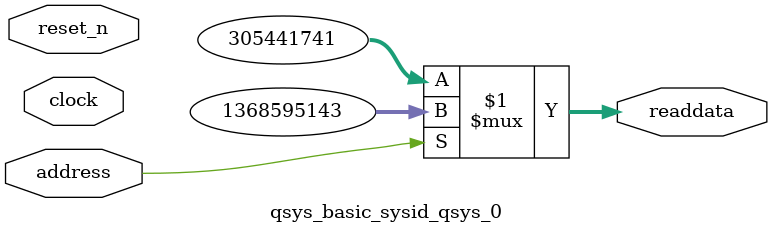
<source format=v>

`timescale 1ns / 1ps
// synthesis translate_on

// turn off superfluous verilog processor warnings 
// altera message_level Level1 
// altera message_off 10034 10035 10036 10037 10230 10240 10030 

module qsys_basic_sysid_qsys_0 (
               // inputs:
                address,
                clock,
                reset_n,

               // outputs:
                readdata
             )
;

  output  [ 31: 0] readdata;
  input            address;
  input            clock;
  input            reset_n;

  wire    [ 31: 0] readdata;
  //control_slave, which is an e_avalon_slave
  assign readdata = address ? 1368595143 : 305441741;

endmodule




</source>
